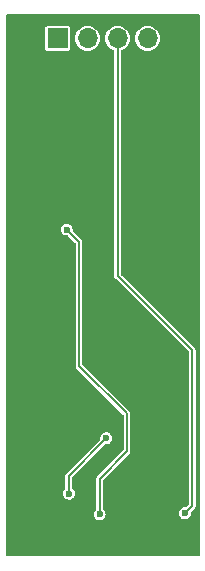
<source format=gbr>
G04 #@! TF.GenerationSoftware,KiCad,Pcbnew,8.0.1*
G04 #@! TF.CreationDate,2025-02-25T23:19:28-07:00*
G04 #@! TF.ProjectId,Button_Flex,42757474-6f6e-45f4-966c-65782e6b6963,rev?*
G04 #@! TF.SameCoordinates,Original*
G04 #@! TF.FileFunction,Copper,L2,Bot*
G04 #@! TF.FilePolarity,Positive*
%FSLAX46Y46*%
G04 Gerber Fmt 4.6, Leading zero omitted, Abs format (unit mm)*
G04 Created by KiCad (PCBNEW 8.0.1) date 2025-02-25 23:19:28*
%MOMM*%
%LPD*%
G01*
G04 APERTURE LIST*
G04 #@! TA.AperFunction,ComponentPad*
%ADD10R,1.700000X1.700000*%
G04 #@! TD*
G04 #@! TA.AperFunction,ComponentPad*
%ADD11O,1.700000X1.700000*%
G04 #@! TD*
G04 #@! TA.AperFunction,ViaPad*
%ADD12C,0.600000*%
G04 #@! TD*
G04 #@! TA.AperFunction,Conductor*
%ADD13C,0.152400*%
G04 #@! TD*
G04 APERTURE END LIST*
D10*
X189020000Y-65360000D03*
D11*
X191560000Y-65360000D03*
X194100000Y-65360000D03*
X196640000Y-65360000D03*
D12*
X192250000Y-72780000D03*
X199805000Y-105565000D03*
X199060000Y-100950000D03*
X189800000Y-81550000D03*
X192580000Y-105660000D03*
X193150000Y-99210000D03*
X189975000Y-103905000D03*
X199460000Y-73980000D03*
X185560000Y-81340000D03*
X192980000Y-81460000D03*
X197590000Y-93460000D03*
D13*
X200430000Y-91780000D02*
X194100000Y-85450000D01*
X200430000Y-104940000D02*
X200430000Y-91780000D01*
X199805000Y-105565000D02*
X200430000Y-104940000D01*
X194100000Y-85450000D02*
X194100000Y-65360000D01*
X194890000Y-97120000D02*
X194890000Y-100340000D01*
X194890000Y-100340000D02*
X192580000Y-102650000D01*
X192580000Y-102650000D02*
X192580000Y-105660000D01*
X190830000Y-93060000D02*
X194890000Y-97120000D01*
X190830000Y-82580000D02*
X190830000Y-93060000D01*
X189800000Y-81550000D02*
X190830000Y-82580000D01*
X189970000Y-103900000D02*
X189975000Y-103905000D01*
X189970000Y-102390000D02*
X189970000Y-103900000D01*
X193150000Y-99210000D02*
X189970000Y-102390000D01*
G04 #@! TA.AperFunction,Conductor*
G36*
X201027826Y-63342174D02*
G01*
X201049500Y-63394500D01*
X201049500Y-109155500D01*
X201027826Y-109207826D01*
X200975500Y-109229500D01*
X184714500Y-109229500D01*
X184662174Y-109207826D01*
X184640500Y-109155500D01*
X184640500Y-103905000D01*
X189469353Y-103905000D01*
X189489834Y-104047454D01*
X189549623Y-104178373D01*
X189643868Y-104287139D01*
X189643869Y-104287140D01*
X189643872Y-104287143D01*
X189764947Y-104364953D01*
X189871403Y-104396211D01*
X189903035Y-104405499D01*
X189903037Y-104405500D01*
X189903039Y-104405500D01*
X190046963Y-104405500D01*
X190046964Y-104405499D01*
X190185053Y-104364953D01*
X190306128Y-104287143D01*
X190400377Y-104178373D01*
X190460165Y-104047457D01*
X190480647Y-103905000D01*
X190460165Y-103762543D01*
X190400377Y-103631627D01*
X190306128Y-103522857D01*
X190280691Y-103506509D01*
X190248391Y-103459988D01*
X190246700Y-103444258D01*
X190246700Y-102535264D01*
X190268373Y-102482939D01*
X193019300Y-99732011D01*
X193071625Y-99710338D01*
X193073878Y-99710500D01*
X193078039Y-99710500D01*
X193221963Y-99710500D01*
X193221964Y-99710499D01*
X193360053Y-99669953D01*
X193481128Y-99592143D01*
X193575377Y-99483373D01*
X193635165Y-99352457D01*
X193655647Y-99210000D01*
X193635165Y-99067543D01*
X193575377Y-98936627D01*
X193481128Y-98827857D01*
X193424182Y-98791260D01*
X193360054Y-98750047D01*
X193360050Y-98750046D01*
X193221964Y-98709500D01*
X193221961Y-98709500D01*
X193078039Y-98709500D01*
X193078036Y-98709500D01*
X192939949Y-98750046D01*
X192939945Y-98750047D01*
X192818875Y-98827855D01*
X192818868Y-98827860D01*
X192724623Y-98936626D01*
X192664834Y-99067545D01*
X192644353Y-99210000D01*
X192653453Y-99273296D01*
X192639446Y-99328174D01*
X192632532Y-99336153D01*
X189748584Y-102220103D01*
X189748583Y-102220105D01*
X189712156Y-102283194D01*
X189712156Y-102283198D01*
X189693300Y-102353573D01*
X189693300Y-103450684D01*
X189671626Y-103503010D01*
X189659309Y-103512936D01*
X189643874Y-103522855D01*
X189643868Y-103522860D01*
X189549623Y-103631626D01*
X189489834Y-103762545D01*
X189469353Y-103905000D01*
X184640500Y-103905000D01*
X184640500Y-81550000D01*
X189294353Y-81550000D01*
X189314834Y-81692454D01*
X189374623Y-81823373D01*
X189468868Y-81932139D01*
X189468869Y-81932140D01*
X189468872Y-81932143D01*
X189589947Y-82009953D01*
X189696403Y-82041211D01*
X189728035Y-82050499D01*
X189728037Y-82050500D01*
X189877254Y-82050500D01*
X189877254Y-82053512D01*
X189922662Y-82065055D01*
X189930699Y-82072012D01*
X190531626Y-82672939D01*
X190553300Y-82725265D01*
X190553300Y-93023572D01*
X190553300Y-93096428D01*
X190572156Y-93166803D01*
X190608585Y-93229898D01*
X194591626Y-97212939D01*
X194613300Y-97265264D01*
X194613300Y-100194735D01*
X194591626Y-100247061D01*
X192358584Y-102480103D01*
X192358583Y-102480105D01*
X192322156Y-102543194D01*
X192322156Y-102543198D01*
X192303300Y-102613573D01*
X192303300Y-105202470D01*
X192281626Y-105254796D01*
X192269310Y-105264721D01*
X192248876Y-105277853D01*
X192248868Y-105277860D01*
X192154623Y-105386626D01*
X192094834Y-105517545D01*
X192074353Y-105660000D01*
X192094834Y-105802454D01*
X192094834Y-105802455D01*
X192094835Y-105802457D01*
X192154623Y-105933373D01*
X192248868Y-106042139D01*
X192248869Y-106042140D01*
X192248872Y-106042143D01*
X192369947Y-106119953D01*
X192476403Y-106151211D01*
X192508035Y-106160499D01*
X192508037Y-106160500D01*
X192508039Y-106160500D01*
X192651963Y-106160500D01*
X192651964Y-106160499D01*
X192790053Y-106119953D01*
X192911128Y-106042143D01*
X193005377Y-105933373D01*
X193065165Y-105802457D01*
X193085647Y-105660000D01*
X193065165Y-105517543D01*
X193005377Y-105386627D01*
X192911128Y-105277857D01*
X192911126Y-105277855D01*
X192911123Y-105277853D01*
X192890690Y-105264721D01*
X192858390Y-105218197D01*
X192856700Y-105202470D01*
X192856700Y-102795265D01*
X192878374Y-102742939D01*
X193401211Y-102220102D01*
X195111415Y-100509898D01*
X195147843Y-100446803D01*
X195147844Y-100446802D01*
X195166700Y-100376428D01*
X195166700Y-97083572D01*
X195147844Y-97013198D01*
X195147844Y-97013197D01*
X195147843Y-97013194D01*
X195129629Y-96981649D01*
X195111415Y-96950102D01*
X191128374Y-92967061D01*
X191106700Y-92914735D01*
X191106700Y-82543573D01*
X191087844Y-82473198D01*
X191087844Y-82473197D01*
X191087843Y-82473194D01*
X191069629Y-82441649D01*
X191051415Y-82410102D01*
X190317466Y-81676153D01*
X190295792Y-81623827D01*
X190296543Y-81613310D01*
X190305647Y-81550000D01*
X190285165Y-81407543D01*
X190225377Y-81276627D01*
X190131128Y-81167857D01*
X190074182Y-81131260D01*
X190010054Y-81090047D01*
X190010050Y-81090046D01*
X189871964Y-81049500D01*
X189871961Y-81049500D01*
X189728039Y-81049500D01*
X189728036Y-81049500D01*
X189589949Y-81090046D01*
X189589945Y-81090047D01*
X189468875Y-81167855D01*
X189468868Y-81167860D01*
X189374623Y-81276626D01*
X189314834Y-81407545D01*
X189294353Y-81550000D01*
X184640500Y-81550000D01*
X184640500Y-66229746D01*
X187969500Y-66229746D01*
X187981133Y-66288232D01*
X188010608Y-66332343D01*
X188025448Y-66354552D01*
X188054304Y-66373833D01*
X188091767Y-66398866D01*
X188091768Y-66398866D01*
X188091769Y-66398867D01*
X188150252Y-66410500D01*
X188150254Y-66410500D01*
X189889746Y-66410500D01*
X189889748Y-66410500D01*
X189948231Y-66398867D01*
X190014552Y-66354552D01*
X190058867Y-66288231D01*
X190070500Y-66229748D01*
X190070500Y-65360000D01*
X190504417Y-65360000D01*
X190524700Y-65565934D01*
X190584768Y-65763954D01*
X190682315Y-65946450D01*
X190813590Y-66106410D01*
X190973550Y-66237685D01*
X191156046Y-66335232D01*
X191354066Y-66395300D01*
X191560000Y-66415583D01*
X191765934Y-66395300D01*
X191963954Y-66335232D01*
X192146450Y-66237685D01*
X192306410Y-66106410D01*
X192437685Y-65946450D01*
X192535232Y-65763954D01*
X192595300Y-65565934D01*
X192615583Y-65360000D01*
X193044417Y-65360000D01*
X193064700Y-65565934D01*
X193124768Y-65763954D01*
X193222315Y-65946450D01*
X193353590Y-66106410D01*
X193513550Y-66237685D01*
X193696046Y-66335232D01*
X193770781Y-66357902D01*
X193814562Y-66393831D01*
X193823300Y-66428715D01*
X193823300Y-85413572D01*
X193823300Y-85486428D01*
X193842156Y-85556803D01*
X193878585Y-85619898D01*
X200131626Y-91872939D01*
X200153300Y-91925264D01*
X200153300Y-104794734D01*
X200131626Y-104847060D01*
X199935699Y-105042987D01*
X199883373Y-105064661D01*
X199881122Y-105064500D01*
X199876961Y-105064500D01*
X199733039Y-105064500D01*
X199733036Y-105064500D01*
X199594949Y-105105046D01*
X199594945Y-105105047D01*
X199473875Y-105182855D01*
X199473868Y-105182860D01*
X199379623Y-105291626D01*
X199319834Y-105422545D01*
X199299353Y-105565000D01*
X199319834Y-105707454D01*
X199379623Y-105838373D01*
X199473868Y-105947139D01*
X199473869Y-105947140D01*
X199473872Y-105947143D01*
X199594947Y-106024953D01*
X199701403Y-106056211D01*
X199733035Y-106065499D01*
X199733037Y-106065500D01*
X199733039Y-106065500D01*
X199876963Y-106065500D01*
X199876964Y-106065499D01*
X200015053Y-106024953D01*
X200136128Y-105947143D01*
X200230377Y-105838373D01*
X200290165Y-105707457D01*
X200310647Y-105565000D01*
X200301545Y-105501700D01*
X200315551Y-105446825D01*
X200322459Y-105438853D01*
X200651415Y-105109898D01*
X200687843Y-105046803D01*
X200687844Y-105046802D01*
X200706700Y-104976428D01*
X200706700Y-91743572D01*
X200687844Y-91673198D01*
X200687844Y-91673197D01*
X200687843Y-91673194D01*
X200669629Y-91641649D01*
X200651415Y-91610102D01*
X194398374Y-85357061D01*
X194376700Y-85304735D01*
X194376700Y-66428715D01*
X194398374Y-66376389D01*
X194429217Y-66357902D01*
X194503954Y-66335232D01*
X194686450Y-66237685D01*
X194846410Y-66106410D01*
X194977685Y-65946450D01*
X195075232Y-65763954D01*
X195135300Y-65565934D01*
X195155583Y-65360000D01*
X195584417Y-65360000D01*
X195604700Y-65565934D01*
X195664768Y-65763954D01*
X195762315Y-65946450D01*
X195893590Y-66106410D01*
X196053550Y-66237685D01*
X196236046Y-66335232D01*
X196434066Y-66395300D01*
X196640000Y-66415583D01*
X196845934Y-66395300D01*
X197043954Y-66335232D01*
X197226450Y-66237685D01*
X197386410Y-66106410D01*
X197517685Y-65946450D01*
X197615232Y-65763954D01*
X197675300Y-65565934D01*
X197695583Y-65360000D01*
X197675300Y-65154066D01*
X197615232Y-64956046D01*
X197517685Y-64773550D01*
X197386410Y-64613590D01*
X197226450Y-64482315D01*
X197043954Y-64384768D01*
X196932158Y-64350855D01*
X196845935Y-64324700D01*
X196640000Y-64304417D01*
X196434064Y-64324700D01*
X196236043Y-64384769D01*
X196053549Y-64482315D01*
X195893590Y-64613589D01*
X195893589Y-64613590D01*
X195762315Y-64773549D01*
X195664769Y-64956043D01*
X195604700Y-65154064D01*
X195604700Y-65154066D01*
X195584417Y-65360000D01*
X195155583Y-65360000D01*
X195135300Y-65154066D01*
X195075232Y-64956046D01*
X194977685Y-64773550D01*
X194846410Y-64613590D01*
X194686450Y-64482315D01*
X194503954Y-64384768D01*
X194392158Y-64350855D01*
X194305935Y-64324700D01*
X194100000Y-64304417D01*
X193894064Y-64324700D01*
X193696043Y-64384769D01*
X193513549Y-64482315D01*
X193353590Y-64613589D01*
X193353589Y-64613590D01*
X193222315Y-64773549D01*
X193124769Y-64956043D01*
X193064700Y-65154064D01*
X193064700Y-65154066D01*
X193044417Y-65360000D01*
X192615583Y-65360000D01*
X192595300Y-65154066D01*
X192535232Y-64956046D01*
X192437685Y-64773550D01*
X192306410Y-64613590D01*
X192146450Y-64482315D01*
X191963954Y-64384768D01*
X191852158Y-64350855D01*
X191765935Y-64324700D01*
X191560000Y-64304417D01*
X191354064Y-64324700D01*
X191156043Y-64384769D01*
X190973549Y-64482315D01*
X190813590Y-64613589D01*
X190813589Y-64613590D01*
X190682315Y-64773549D01*
X190584769Y-64956043D01*
X190524700Y-65154064D01*
X190524700Y-65154066D01*
X190504417Y-65360000D01*
X190070500Y-65360000D01*
X190070500Y-64490252D01*
X190058867Y-64431769D01*
X190014552Y-64365448D01*
X189992343Y-64350608D01*
X189948232Y-64321133D01*
X189948233Y-64321133D01*
X189918989Y-64315316D01*
X189889748Y-64309500D01*
X188150252Y-64309500D01*
X188121010Y-64315316D01*
X188091767Y-64321133D01*
X188025449Y-64365447D01*
X188025447Y-64365449D01*
X187981133Y-64431767D01*
X187969500Y-64490253D01*
X187969500Y-66229746D01*
X184640500Y-66229746D01*
X184640500Y-63394500D01*
X184662174Y-63342174D01*
X184714500Y-63320500D01*
X200975500Y-63320500D01*
X201027826Y-63342174D01*
G37*
G04 #@! TD.AperFunction*
M02*

</source>
